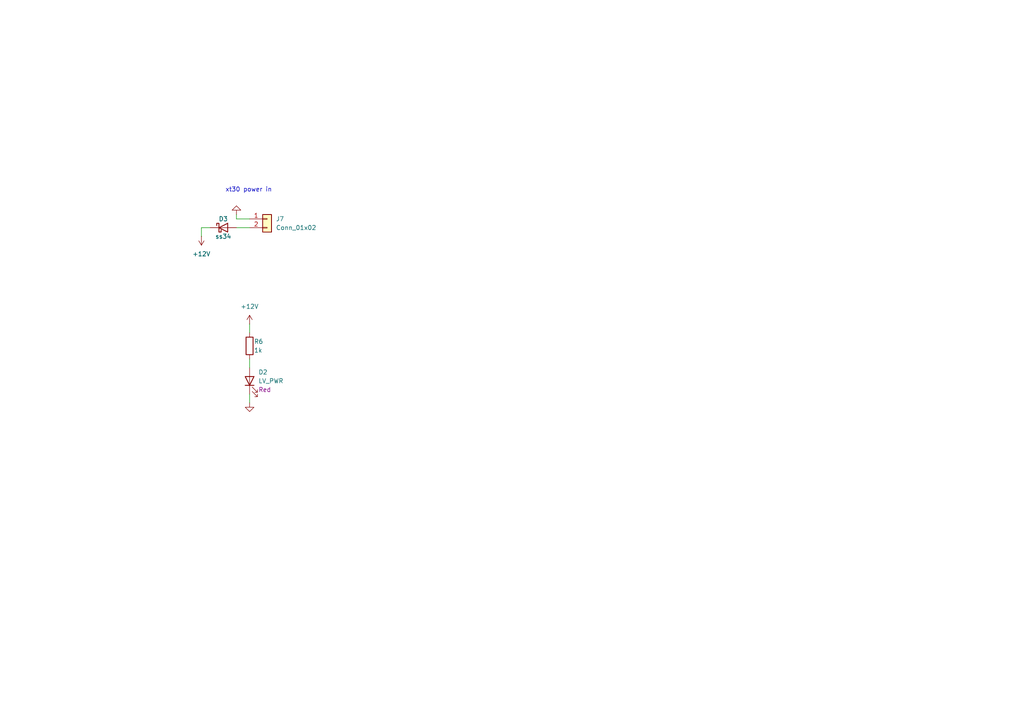
<source format=kicad_sch>
(kicad_sch (version 20231120) (generator "eeschema") (generator_version "8.0")
  (paper "A4")
  (lib_symbols
    (symbol "Connector_Generic:Conn_01x02" (pin_names (offset 1.016) hide)
      (property "Reference" "J" (at 0 2.54 0))
      (property "Value" "Conn_01x02" (at 0 -5.08 0))
      (symbol "Conn_01x02_1_1"
        (rectangle (start -1.27 -2.413) (end 0 -2.667) (stroke (width 0.1524)))
        (rectangle (start -1.27 0.127) (end 0 -0.127) (stroke (width 0.1524)))
        (rectangle (start -1.27 1.27) (end 1.27 -3.81) (stroke (width 0.254)) (fill (type background)))
        (pin passive line (at -5.08 0 0) (length 3.81) (name "Pin_1") (number "1"))
        (pin passive line (at -5.08 -2.54 0) (length 3.81) (name "Pin_2") (number "2"))
      )
    )
    (symbol "Device:D_Schottky" (pin_numbers hide) (pin_names (offset 1.016) hide)
      (property "Reference" "D" (at 0 2.54 0))
      (property "Value" "D_Schottky" (at 0 -2.54 0))
      (symbol "D_Schottky_0_1"
        (polyline (pts (xy 1.27 0) (xy -1.27 0)))
        (polyline (pts (xy 1.27 1.27) (xy 1.27 -1.27) (xy -1.27 0) (xy 1.27 1.27)) (stroke (width 0.254)))
        (polyline (pts (xy -1.905 0.635) (xy -1.905 1.27) (xy -1.27 1.27) (xy -1.27 -1.27) (xy -0.635 -1.27) (xy -0.635 -0.635)) (stroke (width 0.254)))
      )
      (symbol "D_Schottky_1_1"
        (pin passive line (at -3.81 0 0) (length 2.54) (name "K") (number "1"))
        (pin passive line (at 3.81 0 180) (length 2.54) (name "A") (number "2"))
      )
    )
    (symbol "Device:LED" (pin_numbers hide) (pin_names (offset 1.016) hide)
      (property "Reference" "D" (at 0 2.54 0))
      (property "Value" "LED" (at 0 -2.54 0))
      (symbol "LED_0_1"
        (polyline (pts (xy -1.27 -1.27) (xy -1.27 1.27)) (stroke (width 0.254)))
        (polyline (pts (xy -1.27 0) (xy 1.27 0)))
        (polyline (pts (xy 1.27 -1.27) (xy 1.27 1.27) (xy -1.27 0) (xy 1.27 -1.27)) (stroke (width 0.254)))
        (polyline (pts (xy -3.048 -0.762) (xy -4.572 -2.286) (xy -3.81 -2.286) (xy -4.572 -2.286) (xy -4.572 -1.524)))
        (polyline (pts (xy -1.778 -0.762) (xy -3.302 -2.286) (xy -2.54 -2.286) (xy -3.302 -2.286) (xy -3.302 -1.524)))
      )
      (symbol "LED_1_1"
        (pin passive line (at -3.81 0 0) (length 2.54) (name "K") (number "1"))
        (pin passive line (at 3.81 0 180) (length 2.54) (name "A") (number "2"))
      )
    )
    (symbol "Device:R" (pin_numbers hide) (pin_names (offset 0))
      (property "Reference" "R" (at 2.032 0 90))
      (property "Value" "R" (at 0 0 90))
      (symbol "R_0_1"
        (rectangle (start -1.016 -2.54) (end 1.016 2.54) (stroke (width 0.254)))
      )
      (symbol "R_1_1"
        (pin passive line (at 0 3.81 270) (length 1.27) (name "~") (number "1"))
        (pin passive line (at 0 -3.81 90) (length 1.27) (name "~") (number "2"))
      )
    )
    (symbol "power:GND" (power) (pin_names (offset 0))
      (property "Value" "GND" (at 0 -3.81 0))
      (symbol "GND_0_1"
        (polyline (pts (xy 0 0) (xy 0 -1.27) (xy 1.27 -1.27) (xy 0 -2.54) (xy -1.27 -1.27) (xy 0 -1.27)))
      )
      (symbol "GND_1_1"
        (pin power_in line (at 0 0 270) (length 0) hide (name "GND") (number "1"))
      )
    )
    (symbol "power:VCC" (power) (pin_numbers hide) (pin_names (offset 0) hide)
      (property "Value" "VCC" (at 0 3.556 0))
      (symbol "VCC_0_1"
        (polyline (pts (xy -0.762 1.27) (xy 0 2.54)))
        (polyline (pts (xy 0 0) (xy 0 2.54)))
        (polyline (pts (xy 0 2.54) (xy 0.762 1.27)))
      )
      (symbol "VCC_1_1"
        (pin power_in line (at 0 0 90) (length 0) (name "~") (number "1"))
      )
    )
  )
  (wire (pts (xy 58.42 68.58) (xy 58.42 66.04)))
  (wire (pts (xy 72.39 114.3) (xy 72.39 116.84)))
  (wire (pts (xy 68.58 63.5) (xy 72.39 63.5)))
  (wire (pts (xy 58.42 66.04) (xy 60.96 66.04)))
  (wire (pts (xy 68.58 66.04) (xy 72.39 66.04)))
  (wire (pts (xy 72.39 104.14) (xy 72.39 106.68)))
  (wire (pts (xy 68.58 62.23) (xy 68.58 63.5)))
  (wire (pts (xy 72.39 93.98) (xy 72.39 96.52)))
  (text "xt30 power in" (at 72.136 55.118 0) (effects (font (size 1.27 1.27))))
  (symbol (lib_id "power:VCC") (at 72.39 93.98 0) (mirror y) (unit 1)
    (property "Reference" "#PWR09" (effects (hide yes)))
    (property "Value" "+12V" (at 72.39 88.9 0))
    (property "Description" "Power symbol creates a global label with name \"VCC\"" (effects (hide yes)))
  )
  (symbol (lib_id "Device:D_Schottky") (at 64.77 66.04 0) (unit 1)
    (property "Reference" "D3" (at 64.77 63.5 0))
    (property "Value" "ss34" (at 64.77 68.58 0))
    (property "Footprint" "Diode_SMD:D_SMA" (effects (hide yes)))
  )
  (symbol (lib_id "Device:LED") (at 72.39 110.49 90) (unit 1)
    (property "Reference" "D2" (at 74.93 107.95 90) (effects (justify right)))
    (property "Value" "LV_PWR" (at 74.93 110.49 90) (effects (justify right)))
    (property "Footprint" "Diode_SMD:D_0603_1608Metric" (effects (hide yes)))
    (property "Color" "Red" (at 74.93 113.03 90) (effects (justify right)))
  )
  (symbol (lib_id "power:GND") (at 68.58 62.23 0) (mirror x) (unit 1)
    (property "Reference" "#PWR017" (effects (hide yes)))
    (property "Value" "GND" (effects (hide yes)))
  )
  (symbol (lib_id "power:VCC") (at 58.42 68.58 0) (mirror x) (unit 1)
    (property "Reference" "#PWR04" (effects (hide yes)))
    (property "Value" "+12V" (at 58.42 73.66 0))
    (property "Description" "Power symbol creates a global label with name \"VCC\"" (effects (hide yes)))
  )
  (symbol (lib_id "power:GND") (at 72.39 116.84 0) (unit 1)
    (property "Reference" "#PWR08" (effects (hide yes)))
    (property "Value" "GND" (effects (hide yes)))
  )
  (symbol (lib_id "Connector_Generic:Conn_01x02") (at 77.47 63.5 0) (unit 1)
    (property "Reference" "J7" (at 80.01 63.4999 0) (effects (justify left)))
    (property "Value" "Conn_01x02" (at 80.01 66.0399 0) (effects (justify left)))
    (property "Footprint" "Connector_AMASS:AMASS_XT30PW-M_1x02_P2.50mm_Horizontal" (effects (hide yes)))
    (property "Description" "Generic connector, single row, 01x02, script generated (kicad-library-utils/schlib/autogen/connector/)" (effects (hide yes)))
  )
  (symbol (lib_id "Device:R") (at 72.39 100.33 0) (mirror x) (unit 1)
    (property "Reference" "R6" (at 73.66 99.06 0) (effects (justify left)))
    (property "Value" "1k" (at 73.66 101.6 0) (effects (justify left)))
    (property "Footprint" "Resistor_SMD:R_0402_1005Metric" (effects (hide yes)))
  )
)
</source>
